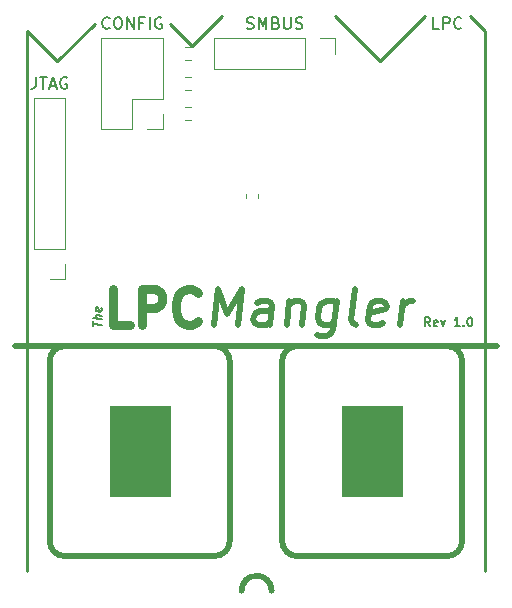
<source format=gbr>
%TF.GenerationSoftware,KiCad,Pcbnew,(5.1.10)-1*%
%TF.CreationDate,2021-12-30T15:20:08-05:00*%
%TF.ProjectId,LPCMangler,4c50434d-616e-4676-9c65-722e6b696361,rev?*%
%TF.SameCoordinates,Original*%
%TF.FileFunction,Legend,Top*%
%TF.FilePolarity,Positive*%
%FSLAX46Y46*%
G04 Gerber Fmt 4.6, Leading zero omitted, Abs format (unit mm)*
G04 Created by KiCad (PCBNEW (5.1.10)-1) date 2021-12-30 15:20:08*
%MOMM*%
%LPD*%
G01*
G04 APERTURE LIST*
%ADD10C,0.500000*%
%ADD11C,0.100000*%
%ADD12C,0.250000*%
%ADD13C,0.150000*%
%ADD14C,0.750000*%
%ADD15C,0.120000*%
G04 APERTURE END LIST*
D10*
X157226000Y-113411000D02*
G75*
G03*
X155956000Y-112141000I-1270000J0D01*
G01*
X155956000Y-112141000D02*
G75*
G03*
X154686000Y-113411000I0J-1270000D01*
G01*
D11*
G36*
X168275000Y-105410000D02*
G01*
X163195000Y-105410000D01*
X163195000Y-97790000D01*
X168275000Y-97790000D01*
X168275000Y-105410000D01*
G37*
X168275000Y-105410000D02*
X163195000Y-105410000D01*
X163195000Y-97790000D01*
X168275000Y-97790000D01*
X168275000Y-105410000D01*
G36*
X148590000Y-105410000D02*
G01*
X143510000Y-105410000D01*
X143510000Y-97790000D01*
X148590000Y-97790000D01*
X148590000Y-105410000D01*
G37*
X148590000Y-105410000D02*
X143510000Y-105410000D01*
X143510000Y-97790000D01*
X148590000Y-97790000D01*
X148590000Y-105410000D01*
D10*
X159385000Y-92710000D02*
G75*
G03*
X158115000Y-93980000I0J-1270000D01*
G01*
X173355000Y-93980000D02*
G75*
G03*
X172085000Y-92710000I-1270000J0D01*
G01*
X153670000Y-93980000D02*
G75*
G03*
X152400000Y-92710000I-1270000J0D01*
G01*
X139700000Y-92710000D02*
G75*
G03*
X138430000Y-93980000I0J-1270000D01*
G01*
X138430000Y-109220000D02*
G75*
G03*
X139700000Y-110490000I1270000J0D01*
G01*
X152400000Y-110490000D02*
G75*
G03*
X153670000Y-109220000I0J1270000D01*
G01*
X158115000Y-109220000D02*
G75*
G03*
X159385000Y-110490000I1270000J0D01*
G01*
X172085000Y-110490000D02*
G75*
G03*
X173355000Y-109220000I0J1270000D01*
G01*
X173355000Y-109220000D02*
X173355000Y-93980000D01*
X138430000Y-109220000D02*
X138430000Y-93980000D01*
X153670000Y-109220000D02*
X153670000Y-93980000D01*
X158115000Y-109220000D02*
X158115000Y-93980000D01*
X159385000Y-110490000D02*
X172085000Y-110490000D01*
X139700000Y-110490000D02*
X152400000Y-110490000D01*
X135509000Y-92710000D02*
X176276000Y-92710000D01*
D12*
X175260000Y-66040000D02*
X173990000Y-64770000D01*
X166370000Y-68580000D02*
X170180000Y-64770000D01*
X162560000Y-64770000D02*
X166370000Y-68580000D01*
X150495000Y-67310000D02*
X153035000Y-64770000D01*
X148590000Y-65405000D02*
X150495000Y-67310000D01*
X139065000Y-68580000D02*
X142240000Y-65405000D01*
X136525000Y-66040000D02*
X139065000Y-68580000D01*
X175260000Y-66040000D02*
X175260000Y-111760000D01*
X136525000Y-66040000D02*
X136525000Y-111760000D01*
D13*
X170658428Y-91017285D02*
X170408428Y-90660142D01*
X170229857Y-91017285D02*
X170229857Y-90267285D01*
X170515571Y-90267285D01*
X170587000Y-90303000D01*
X170622714Y-90338714D01*
X170658428Y-90410142D01*
X170658428Y-90517285D01*
X170622714Y-90588714D01*
X170587000Y-90624428D01*
X170515571Y-90660142D01*
X170229857Y-90660142D01*
X171265571Y-90981571D02*
X171194142Y-91017285D01*
X171051285Y-91017285D01*
X170979857Y-90981571D01*
X170944142Y-90910142D01*
X170944142Y-90624428D01*
X170979857Y-90553000D01*
X171051285Y-90517285D01*
X171194142Y-90517285D01*
X171265571Y-90553000D01*
X171301285Y-90624428D01*
X171301285Y-90695857D01*
X170944142Y-90767285D01*
X171551285Y-90517285D02*
X171729857Y-91017285D01*
X171908428Y-90517285D01*
X173158428Y-91017285D02*
X172729857Y-91017285D01*
X172944142Y-91017285D02*
X172944142Y-90267285D01*
X172872714Y-90374428D01*
X172801285Y-90445857D01*
X172729857Y-90481571D01*
X173479857Y-90945857D02*
X173515571Y-90981571D01*
X173479857Y-91017285D01*
X173444142Y-90981571D01*
X173479857Y-90945857D01*
X173479857Y-91017285D01*
X173979857Y-90267285D02*
X174051285Y-90267285D01*
X174122714Y-90303000D01*
X174158428Y-90338714D01*
X174194142Y-90410142D01*
X174229857Y-90553000D01*
X174229857Y-90731571D01*
X174194142Y-90874428D01*
X174158428Y-90945857D01*
X174122714Y-90981571D01*
X174051285Y-91017285D01*
X173979857Y-91017285D01*
X173908428Y-90981571D01*
X173872714Y-90945857D01*
X173837000Y-90874428D01*
X173801285Y-90731571D01*
X173801285Y-90553000D01*
X173837000Y-90410142D01*
X173872714Y-90338714D01*
X173908428Y-90303000D01*
X173979857Y-90267285D01*
D10*
X152343053Y-90892142D02*
X152718053Y-87892142D01*
X153450196Y-90035000D01*
X154718053Y-87892142D01*
X154343053Y-90892142D01*
X157057339Y-90892142D02*
X157253767Y-89320714D01*
X157146625Y-89035000D01*
X156878767Y-88892142D01*
X156307339Y-88892142D01*
X156003767Y-89035000D01*
X157075196Y-90749285D02*
X156771625Y-90892142D01*
X156057339Y-90892142D01*
X155789482Y-90749285D01*
X155682339Y-90463571D01*
X155718053Y-90177857D01*
X155896625Y-89892142D01*
X156200196Y-89749285D01*
X156914482Y-89749285D01*
X157218053Y-89606428D01*
X158735910Y-88892142D02*
X158485910Y-90892142D01*
X158700196Y-89177857D02*
X158860910Y-89035000D01*
X159164482Y-88892142D01*
X159593053Y-88892142D01*
X159860910Y-89035000D01*
X159968053Y-89320714D01*
X159771625Y-90892142D01*
X162735910Y-88892142D02*
X162432339Y-91320714D01*
X162253767Y-91606428D01*
X162093053Y-91749285D01*
X161789482Y-91892142D01*
X161360910Y-91892142D01*
X161093053Y-91749285D01*
X162503767Y-90749285D02*
X162200196Y-90892142D01*
X161628767Y-90892142D01*
X161360910Y-90749285D01*
X161235910Y-90606428D01*
X161128767Y-90320714D01*
X161235910Y-89463571D01*
X161414482Y-89177857D01*
X161575196Y-89035000D01*
X161878767Y-88892142D01*
X162450196Y-88892142D01*
X162718053Y-89035000D01*
X164343053Y-90892142D02*
X164075196Y-90749285D01*
X163968053Y-90463571D01*
X164289482Y-87892142D01*
X166646625Y-90749285D02*
X166343053Y-90892142D01*
X165771625Y-90892142D01*
X165503767Y-90749285D01*
X165396625Y-90463571D01*
X165539482Y-89320714D01*
X165718053Y-89035000D01*
X166021625Y-88892142D01*
X166593053Y-88892142D01*
X166860910Y-89035000D01*
X166968053Y-89320714D01*
X166932339Y-89606428D01*
X165468053Y-89892142D01*
X168057339Y-90892142D02*
X168307339Y-88892142D01*
X168235910Y-89463571D02*
X168414482Y-89177857D01*
X168575196Y-89035000D01*
X168878767Y-88892142D01*
X169164482Y-88892142D01*
D14*
X145248571Y-90892142D02*
X143820000Y-90892142D01*
X143820000Y-87892142D01*
X146248571Y-90892142D02*
X146248571Y-87892142D01*
X147391428Y-87892142D01*
X147677142Y-88035000D01*
X147820000Y-88177857D01*
X147962857Y-88463571D01*
X147962857Y-88892142D01*
X147820000Y-89177857D01*
X147677142Y-89320714D01*
X147391428Y-89463571D01*
X146248571Y-89463571D01*
X150962857Y-90606428D02*
X150820000Y-90749285D01*
X150391428Y-90892142D01*
X150105714Y-90892142D01*
X149677142Y-90749285D01*
X149391428Y-90463571D01*
X149248571Y-90177857D01*
X149105714Y-89606428D01*
X149105714Y-89177857D01*
X149248571Y-88606428D01*
X149391428Y-88320714D01*
X149677142Y-88035000D01*
X150105714Y-87892142D01*
X150391428Y-87892142D01*
X150820000Y-88035000D01*
X150962857Y-88177857D01*
D13*
X142083285Y-91029285D02*
X142083285Y-90600714D01*
X142833285Y-90908750D02*
X142083285Y-90815000D01*
X142833285Y-90444464D02*
X142083285Y-90350714D01*
X142833285Y-90123035D02*
X142440428Y-90073928D01*
X142369000Y-90100714D01*
X142333285Y-90167678D01*
X142333285Y-90274821D01*
X142369000Y-90350714D01*
X142404714Y-90390892D01*
X142797571Y-89475714D02*
X142833285Y-89551607D01*
X142833285Y-89694464D01*
X142797571Y-89761428D01*
X142726142Y-89788214D01*
X142440428Y-89752500D01*
X142369000Y-89707857D01*
X142333285Y-89631964D01*
X142333285Y-89489107D01*
X142369000Y-89422142D01*
X142440428Y-89395357D01*
X142511857Y-89404285D01*
X142583285Y-89770357D01*
D15*
%TO.C,R3*%
X150392224Y-67422500D02*
X149882776Y-67422500D01*
X150392224Y-68467500D02*
X149882776Y-68467500D01*
%TO.C,R2*%
X150392224Y-69962500D02*
X149882776Y-69962500D01*
X150392224Y-71007500D02*
X149882776Y-71007500D01*
%TO.C,R1*%
X150392224Y-72502500D02*
X149882776Y-72502500D01*
X150392224Y-73547500D02*
X149882776Y-73547500D01*
%TO.C,JP1*%
X148015000Y-66615000D02*
X142815000Y-66615000D01*
X148015000Y-71755000D02*
X148015000Y-66615000D01*
X142815000Y-74355000D02*
X142815000Y-66615000D01*
X148015000Y-71755000D02*
X145415000Y-71755000D01*
X145415000Y-71755000D02*
X145415000Y-74355000D01*
X145415000Y-74355000D02*
X142815000Y-74355000D01*
X148015000Y-73025000D02*
X148015000Y-74355000D01*
X148015000Y-74355000D02*
X146685000Y-74355000D01*
%TO.C,J3*%
X152340000Y-66615000D02*
X152340000Y-69275000D01*
X160020000Y-66615000D02*
X152340000Y-66615000D01*
X160020000Y-69275000D02*
X152340000Y-69275000D01*
X160020000Y-66615000D02*
X160020000Y-69275000D01*
X161290000Y-66615000D02*
X162620000Y-66615000D01*
X162620000Y-66615000D02*
X162620000Y-67945000D01*
%TO.C,J2*%
X139760000Y-71695000D02*
X137100000Y-71695000D01*
X139760000Y-84455000D02*
X139760000Y-71695000D01*
X137100000Y-84455000D02*
X137100000Y-71695000D01*
X139760000Y-84455000D02*
X137100000Y-84455000D01*
X139760000Y-85725000D02*
X139760000Y-87055000D01*
X139760000Y-87055000D02*
X138430000Y-87055000D01*
%TO.C,C3*%
X156085000Y-79863733D02*
X156085000Y-80156267D01*
X155065000Y-79863733D02*
X155065000Y-80156267D01*
%TO.C,C2*%
X145540000Y-101746267D02*
X145540000Y-101453733D01*
X146560000Y-101746267D02*
X146560000Y-101453733D01*
%TO.C,C1*%
X165225000Y-101746267D02*
X165225000Y-101453733D01*
X166245000Y-101746267D02*
X166245000Y-101453733D01*
%TO.C,JP1*%
D13*
X143510238Y-65762142D02*
X143462619Y-65809761D01*
X143319761Y-65857380D01*
X143224523Y-65857380D01*
X143081666Y-65809761D01*
X142986428Y-65714523D01*
X142938809Y-65619285D01*
X142891190Y-65428809D01*
X142891190Y-65285952D01*
X142938809Y-65095476D01*
X142986428Y-65000238D01*
X143081666Y-64905000D01*
X143224523Y-64857380D01*
X143319761Y-64857380D01*
X143462619Y-64905000D01*
X143510238Y-64952619D01*
X144129285Y-64857380D02*
X144319761Y-64857380D01*
X144415000Y-64905000D01*
X144510238Y-65000238D01*
X144557857Y-65190714D01*
X144557857Y-65524047D01*
X144510238Y-65714523D01*
X144415000Y-65809761D01*
X144319761Y-65857380D01*
X144129285Y-65857380D01*
X144034047Y-65809761D01*
X143938809Y-65714523D01*
X143891190Y-65524047D01*
X143891190Y-65190714D01*
X143938809Y-65000238D01*
X144034047Y-64905000D01*
X144129285Y-64857380D01*
X144986428Y-65857380D02*
X144986428Y-64857380D01*
X145557857Y-65857380D01*
X145557857Y-64857380D01*
X146367380Y-65333571D02*
X146034047Y-65333571D01*
X146034047Y-65857380D02*
X146034047Y-64857380D01*
X146510238Y-64857380D01*
X146891190Y-65857380D02*
X146891190Y-64857380D01*
X147891190Y-64905000D02*
X147795952Y-64857380D01*
X147653095Y-64857380D01*
X147510238Y-64905000D01*
X147415000Y-65000238D01*
X147367380Y-65095476D01*
X147319761Y-65285952D01*
X147319761Y-65428809D01*
X147367380Y-65619285D01*
X147415000Y-65714523D01*
X147510238Y-65809761D01*
X147653095Y-65857380D01*
X147748333Y-65857380D01*
X147891190Y-65809761D01*
X147938809Y-65762142D01*
X147938809Y-65428809D01*
X147748333Y-65428809D01*
%TO.C,J3*%
X155122857Y-65809761D02*
X155265714Y-65857380D01*
X155503809Y-65857380D01*
X155599047Y-65809761D01*
X155646666Y-65762142D01*
X155694285Y-65666904D01*
X155694285Y-65571666D01*
X155646666Y-65476428D01*
X155599047Y-65428809D01*
X155503809Y-65381190D01*
X155313333Y-65333571D01*
X155218095Y-65285952D01*
X155170476Y-65238333D01*
X155122857Y-65143095D01*
X155122857Y-65047857D01*
X155170476Y-64952619D01*
X155218095Y-64905000D01*
X155313333Y-64857380D01*
X155551428Y-64857380D01*
X155694285Y-64905000D01*
X156122857Y-65857380D02*
X156122857Y-64857380D01*
X156456190Y-65571666D01*
X156789523Y-64857380D01*
X156789523Y-65857380D01*
X157599047Y-65333571D02*
X157741904Y-65381190D01*
X157789523Y-65428809D01*
X157837142Y-65524047D01*
X157837142Y-65666904D01*
X157789523Y-65762142D01*
X157741904Y-65809761D01*
X157646666Y-65857380D01*
X157265714Y-65857380D01*
X157265714Y-64857380D01*
X157599047Y-64857380D01*
X157694285Y-64905000D01*
X157741904Y-64952619D01*
X157789523Y-65047857D01*
X157789523Y-65143095D01*
X157741904Y-65238333D01*
X157694285Y-65285952D01*
X157599047Y-65333571D01*
X157265714Y-65333571D01*
X158265714Y-64857380D02*
X158265714Y-65666904D01*
X158313333Y-65762142D01*
X158360952Y-65809761D01*
X158456190Y-65857380D01*
X158646666Y-65857380D01*
X158741904Y-65809761D01*
X158789523Y-65762142D01*
X158837142Y-65666904D01*
X158837142Y-64857380D01*
X159265714Y-65809761D02*
X159408571Y-65857380D01*
X159646666Y-65857380D01*
X159741904Y-65809761D01*
X159789523Y-65762142D01*
X159837142Y-65666904D01*
X159837142Y-65571666D01*
X159789523Y-65476428D01*
X159741904Y-65428809D01*
X159646666Y-65381190D01*
X159456190Y-65333571D01*
X159360952Y-65285952D01*
X159313333Y-65238333D01*
X159265714Y-65143095D01*
X159265714Y-65047857D01*
X159313333Y-64952619D01*
X159360952Y-64905000D01*
X159456190Y-64857380D01*
X159694285Y-64857380D01*
X159837142Y-64905000D01*
%TO.C,J2*%
X137263333Y-69937380D02*
X137263333Y-70651666D01*
X137215714Y-70794523D01*
X137120476Y-70889761D01*
X136977619Y-70937380D01*
X136882380Y-70937380D01*
X137596666Y-69937380D02*
X138168095Y-69937380D01*
X137882380Y-70937380D02*
X137882380Y-69937380D01*
X138453809Y-70651666D02*
X138930000Y-70651666D01*
X138358571Y-70937380D02*
X138691904Y-69937380D01*
X139025238Y-70937380D01*
X139882380Y-69985000D02*
X139787142Y-69937380D01*
X139644285Y-69937380D01*
X139501428Y-69985000D01*
X139406190Y-70080238D01*
X139358571Y-70175476D01*
X139310952Y-70365952D01*
X139310952Y-70508809D01*
X139358571Y-70699285D01*
X139406190Y-70794523D01*
X139501428Y-70889761D01*
X139644285Y-70937380D01*
X139739523Y-70937380D01*
X139882380Y-70889761D01*
X139930000Y-70842142D01*
X139930000Y-70508809D01*
X139739523Y-70508809D01*
%TO.C,J1*%
X171394523Y-65857380D02*
X170918333Y-65857380D01*
X170918333Y-64857380D01*
X171727857Y-65857380D02*
X171727857Y-64857380D01*
X172108809Y-64857380D01*
X172204047Y-64905000D01*
X172251666Y-64952619D01*
X172299285Y-65047857D01*
X172299285Y-65190714D01*
X172251666Y-65285952D01*
X172204047Y-65333571D01*
X172108809Y-65381190D01*
X171727857Y-65381190D01*
X173299285Y-65762142D02*
X173251666Y-65809761D01*
X173108809Y-65857380D01*
X173013571Y-65857380D01*
X172870714Y-65809761D01*
X172775476Y-65714523D01*
X172727857Y-65619285D01*
X172680238Y-65428809D01*
X172680238Y-65285952D01*
X172727857Y-65095476D01*
X172775476Y-65000238D01*
X172870714Y-64905000D01*
X173013571Y-64857380D01*
X173108809Y-64857380D01*
X173251666Y-64905000D01*
X173299285Y-64952619D01*
%TD*%
M02*

</source>
